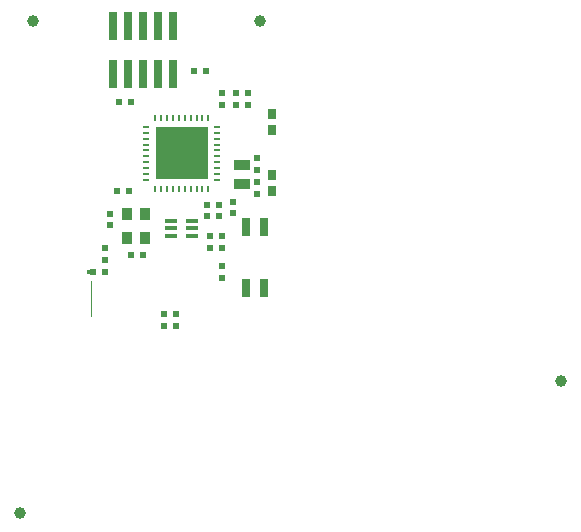
<source format=gtp>
%FSLAX25Y25*%
%MOIN*%
G70*
G01*
G75*
G04 Layer_Color=8421504*
%ADD10O,0.00984X0.02559*%
%ADD11O,0.02559X0.00984*%
%ADD12R,0.17716X0.17716*%
%ADD13R,0.02953X0.03543*%
%ADD14R,0.05315X0.03740*%
%ADD15R,0.01575X0.01575*%
%ADD16R,0.00039X0.11811*%
%ADD17R,0.02559X0.06102*%
%ADD18R,0.03543X0.03937*%
%ADD19R,0.03937X0.01378*%
%ADD20R,0.02953X0.09449*%
%ADD21R,0.01969X0.02362*%
%ADD22R,0.02362X0.01969*%
%ADD23C,0.03937*%
%ADD24C,0.00787*%
%ADD25C,0.02000*%
%ADD26C,0.01969*%
%ADD27C,0.01181*%
%ADD28C,0.01000*%
%ADD29C,0.03937*%
%ADD30R,0.02913X0.03937*%
%ADD31R,0.03150X0.04724*%
%ADD32R,0.05079X0.19193*%
%ADD33R,0.03937X0.36142*%
%ADD34R,0.04764X1.00709*%
%ADD35R,0.15590X0.08583*%
%ADD36R,0.04764X0.12598*%
%ADD37R,0.05079X0.12598*%
%ADD38R,0.07992X0.01811*%
G04:AMPARAMS|DCode=39|XSize=18.11mil|YSize=66.44mil|CornerRadius=0mil|HoleSize=0mil|Usage=FLASHONLY|Rotation=124.500|XOffset=0mil|YOffset=0mil|HoleType=Round|Shape=Rectangle|*
%AMROTATEDRECTD39*
4,1,4,0.03251,0.01135,-0.02225,-0.02628,-0.03251,-0.01135,0.02225,0.02628,0.03251,0.01135,0.0*
%
%ADD39ROTATEDRECTD39*%

%ADD40R,0.03500X0.06000*%
%ADD41R,0.04000X0.03870*%
%ADD42R,0.04000X0.03709*%
%ADD43C,0.05906*%
%ADD44R,0.05906X0.05906*%
%ADD45C,0.11811*%
%ADD46C,0.02598*%
%ADD47C,0.03150*%
%ADD48R,0.02559X0.00984*%
%ADD49R,0.03150X0.05512*%
%ADD50R,0.02362X0.04528*%
%ADD51O,0.02362X0.07284*%
%ADD52R,0.03937X0.06496*%
%ADD53R,0.08268X0.05512*%
%ADD54O,0.00984X0.02362*%
%ADD55O,0.05118X0.01772*%
%ADD56R,0.01969X0.00984*%
%ADD57R,0.05118X0.03937*%
%ADD58O,0.02362X0.08071*%
%ADD59R,0.08071X0.03150*%
%ADD60R,0.03543X0.03150*%
%ADD61R,0.03937X0.05118*%
%ADD62R,0.03150X0.03543*%
%ADD63C,0.03150*%
%ADD64C,0.01575*%
%ADD65C,0.00984*%
D10*
X380858Y378410D02*
D03*
X378890D02*
D03*
X376921D02*
D03*
X374953D02*
D03*
X372984D02*
D03*
X371016D02*
D03*
X369047D02*
D03*
X367079D02*
D03*
X365110D02*
D03*
X363142D02*
D03*
Y354591D02*
D03*
X365110D02*
D03*
X367079D02*
D03*
X369047D02*
D03*
X371016D02*
D03*
X372984D02*
D03*
X374953D02*
D03*
X376921D02*
D03*
X378890D02*
D03*
X380858D02*
D03*
D11*
X360090Y375358D02*
D03*
Y373390D02*
D03*
Y371421D02*
D03*
Y369453D02*
D03*
Y367484D02*
D03*
Y365516D02*
D03*
Y363547D02*
D03*
Y361579D02*
D03*
Y359610D02*
D03*
Y357642D02*
D03*
X383910D02*
D03*
Y359610D02*
D03*
Y361579D02*
D03*
Y363547D02*
D03*
Y365516D02*
D03*
Y367484D02*
D03*
Y369453D02*
D03*
Y371421D02*
D03*
Y373390D02*
D03*
Y375358D02*
D03*
D12*
X372000Y366500D02*
D03*
D13*
X402000Y353842D02*
D03*
Y359157D02*
D03*
Y379658D02*
D03*
Y374342D02*
D03*
D14*
X392000Y356252D02*
D03*
Y362748D02*
D03*
D15*
X341000Y327000D02*
D03*
D16*
X342000Y318000D02*
D03*
D17*
X393547Y321665D02*
D03*
X399256D02*
D03*
Y341941D02*
D03*
X393547D02*
D03*
D18*
X359756Y346429D02*
D03*
X353850D02*
D03*
X353752Y338161D02*
D03*
X359658D02*
D03*
D19*
X368358Y338941D02*
D03*
Y341500D02*
D03*
Y344059D02*
D03*
X375543D02*
D03*
Y341500D02*
D03*
Y338941D02*
D03*
D20*
X369000Y408874D02*
D03*
X364000D02*
D03*
X359000D02*
D03*
X354000D02*
D03*
X349000D02*
D03*
X369000Y393126D02*
D03*
X364000D02*
D03*
X359000D02*
D03*
X354000D02*
D03*
X349000D02*
D03*
D21*
X385500Y328969D02*
D03*
Y325031D02*
D03*
X380500Y345532D02*
D03*
Y349468D02*
D03*
X394000Y386469D02*
D03*
Y382531D02*
D03*
X366000Y309032D02*
D03*
Y312968D02*
D03*
X389000Y346532D02*
D03*
Y350468D02*
D03*
X390000Y386469D02*
D03*
Y382531D02*
D03*
X346500Y334968D02*
D03*
Y331031D02*
D03*
X397000Y353031D02*
D03*
Y356968D02*
D03*
X397000Y364968D02*
D03*
Y361032D02*
D03*
X385500Y386469D02*
D03*
Y382531D02*
D03*
X348000Y346468D02*
D03*
Y342531D02*
D03*
X385500Y335032D02*
D03*
Y338968D02*
D03*
X370000Y312968D02*
D03*
Y309032D02*
D03*
X384500Y349468D02*
D03*
Y345532D02*
D03*
X381500Y335032D02*
D03*
Y338968D02*
D03*
D22*
X350532Y354000D02*
D03*
X354468D02*
D03*
X351031Y383500D02*
D03*
X354969D02*
D03*
X358968Y332500D02*
D03*
X355031D02*
D03*
X342531Y327000D02*
D03*
X346468D02*
D03*
X379969Y394000D02*
D03*
X376031D02*
D03*
D23*
X318000Y246500D02*
D03*
X398000Y410500D02*
D03*
X498500Y290500D02*
D03*
X322500Y410500D02*
D03*
M02*

</source>
